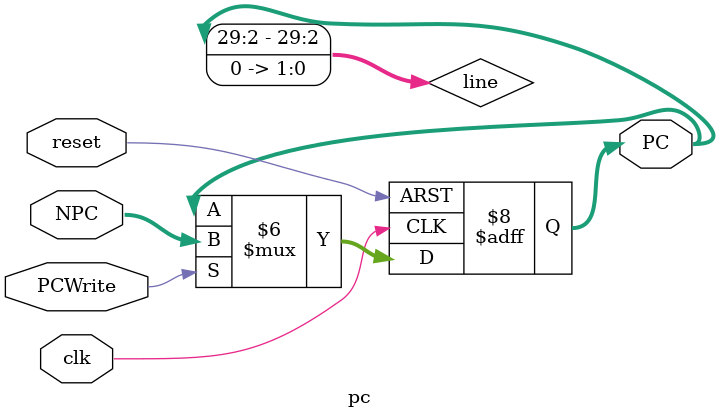
<source format=sv>
`define START_ADDR 30'h0000BFF
module pc(
    input wire[31:2] NPC,
    input clk,
    input reset,
    input PCWrite,
    output reg[31:2] PC);
    initial begin
        PC=`START_ADDR;
    end
    wire [29:0] line;
    assign line=PC<<2;
    //integer clkCnt=0,fCnt=0;
    always @(posedge clk or negedge reset) begin
        if(!reset) begin
            PC<=`START_ADDR;
        end
        else begin
             if(PCWrite)begin 
                PC<=NPC;
                //fCnt<=fCnt+1;
                //$display("--%x",line);
                //$display("%d/%d",fCnt,clkCnt);
            end
            if(PC==`START_ADDR)begin
                $display("start");
            end
            //clkCnt<=clkCnt+1;
        end
    end
endmodule

</source>
